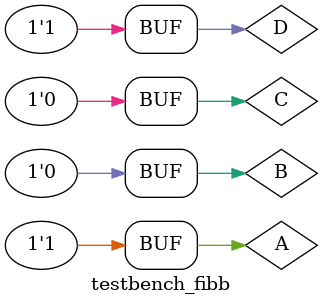
<source format=sv>
`timescale 1ns / 1ps
/*
NOMBRE MODULO: testbench_fibb
FECHA DE CREACIÓN: 29-3-2023
FECHA DE MODIFICACIÓN: 
FUNCIÓN: realizar una simulacion para el modulo Nro_fibbinario
*/

module testbench_fibb();
    logic A,B,C,D;
    logic F;
    
    Nro_fibbinario DUT(
        .A(A),
        .B(B),  
        .C(C),
        .D(D),
        .F(F)
        );
        
    initial begin
        A = 1'b0;
        B = 1'b0;
        C = 1'b0;
        D = 1'b0;
        #2
        B = 1'b1;
        #4 
        A = 1'b1;
        D = 1'b1;
        C = 1'b1;
        #6
        B = 1'b0;
        C = 1'b0;
        end

    
endmodule

</source>
